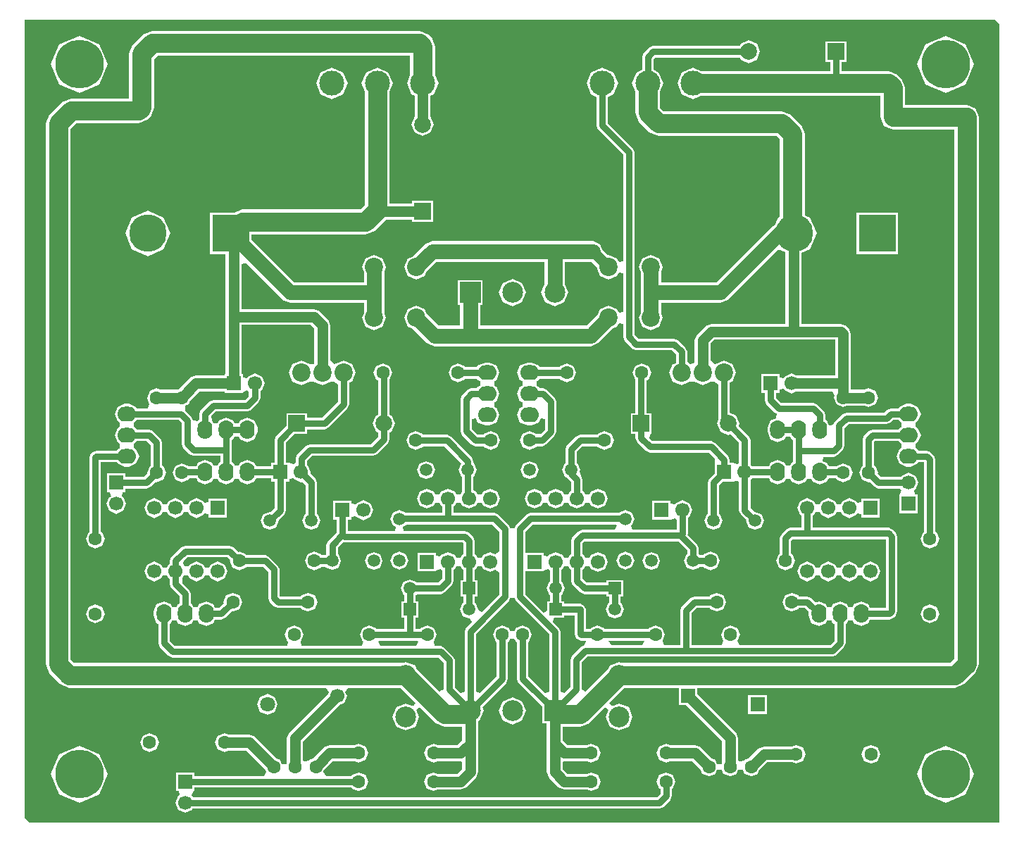
<source format=gtl>
G04 Layer_Physical_Order=1*
G04 Layer_Color=255*
%FSLAX25Y25*%
%MOIN*%
G70*
G01*
G75*
%ADD10C,0.03000*%
%ADD11C,0.09000*%
%ADD12C,0.05000*%
%ADD13C,0.01000*%
%ADD14C,0.07000*%
%ADD15C,0.09842*%
%ADD16R,0.09842X0.09842*%
%ADD17O,0.07000X0.09000*%
%ADD18R,0.06693X0.06693*%
%ADD19C,0.06693*%
%ADD20C,0.05905*%
%ADD21C,0.07874*%
%ADD22R,0.07874X0.07874*%
%ADD23R,0.06693X0.06693*%
%ADD24O,0.09000X0.07000*%
%ADD25R,0.05905X0.05905*%
%ADD26C,0.08661*%
%ADD27C,0.06299*%
%ADD28C,0.07087*%
%ADD29R,0.07087X0.07087*%
%ADD30C,0.17716*%
%ADD31R,0.17716X0.17716*%
%ADD32R,0.07874X0.07874*%
%ADD33C,0.11811*%
%ADD34C,0.23000*%
G36*
X460500Y377000D02*
Y-1000D01*
X1500D01*
X-1000Y1500D01*
Y379000D01*
X458500D01*
X460500Y377000D01*
D02*
G37*
%LPC*%
G36*
X164342Y127278D02*
X161317Y126025D01*
X160064Y123000D01*
X161317Y119975D01*
X164342Y118722D01*
X167368Y119975D01*
X168621Y123000D01*
X167368Y126025D01*
X164342Y127278D01*
D02*
G37*
G36*
X427500Y102475D02*
X424324Y101159D01*
X423008Y97983D01*
X424324Y94807D01*
X427500Y93492D01*
X430676Y94807D01*
X431991Y97983D01*
X430676Y101159D01*
X427500Y102475D01*
D02*
G37*
G36*
X32500Y102475D02*
X29324Y101159D01*
X28008Y97983D01*
X29324Y94807D01*
X32500Y93492D01*
X35676Y94807D01*
X36992Y97983D01*
X35676Y101159D01*
X32500Y102475D01*
D02*
G37*
G36*
X295657Y127278D02*
X292632Y126025D01*
X291379Y123000D01*
X292632Y119975D01*
X295657Y118722D01*
X298683Y119975D01*
X299936Y123000D01*
X298683Y126025D01*
X295657Y127278D01*
D02*
G37*
G36*
X399500Y122705D02*
X396173Y121327D01*
X395582Y119900D01*
X393418D01*
X392827Y121327D01*
X389500Y122705D01*
X386173Y121327D01*
X385582Y119900D01*
X383418D01*
X382827Y121327D01*
X379500Y122705D01*
X376173Y121327D01*
X375582Y119900D01*
X373418D01*
X372827Y121327D01*
X369500Y122705D01*
X366173Y121327D01*
X364795Y118000D01*
X366173Y114673D01*
X369500Y113295D01*
X372827Y114673D01*
X373418Y116100D01*
X375582D01*
X376173Y114673D01*
X379500Y113295D01*
X382827Y114673D01*
X383418Y116100D01*
X385582D01*
X386173Y114673D01*
X389500Y113295D01*
X392827Y114673D01*
X393418Y116100D01*
X395582D01*
X396173Y114673D01*
X399500Y113295D01*
X402827Y114673D01*
X404205Y118000D01*
X402827Y121327D01*
X399500Y122705D01*
D02*
G37*
G36*
X283500Y127436D02*
X280475Y126183D01*
X279222Y123158D01*
X280475Y120132D01*
X283500Y118879D01*
X286525Y120132D01*
X287778Y123158D01*
X286525Y126183D01*
X283500Y127436D01*
D02*
G37*
G36*
X176500D02*
X173475Y126183D01*
X172222Y123158D01*
X173475Y120132D01*
X176500Y118879D01*
X179525Y120132D01*
X180778Y123158D01*
X179525Y126183D01*
X176500Y127436D01*
D02*
G37*
G36*
X350543Y59654D02*
X341457D01*
Y50567D01*
X350543D01*
Y59654D01*
D02*
G37*
G36*
X186000Y373953D02*
X59500D01*
X55291Y372210D01*
X50291Y367210D01*
X48547Y363000D01*
Y341953D01*
X21000D01*
X16791Y340210D01*
X10791Y334209D01*
X9047Y330000D01*
Y74000D01*
X10791Y69791D01*
X15901Y64680D01*
X20110Y62937D01*
X141761D01*
X143098Y60937D01*
X142757Y60115D01*
X124321Y41679D01*
X123212Y39000D01*
Y27198D01*
X123082Y26886D01*
X120918D01*
X120176Y28676D01*
X118479Y29379D01*
X108179Y39679D01*
X105500Y40788D01*
X95414D01*
X93717Y41491D01*
X90541Y40176D01*
X89225Y37000D01*
X90541Y33824D01*
X93717Y32509D01*
X95414Y33212D01*
X103931D01*
X113121Y24022D01*
X113459Y23206D01*
X112329Y21206D01*
X79347D01*
Y22847D01*
X70653D01*
Y14154D01*
X72065D01*
X72463Y12154D01*
X71673Y11827D01*
X70295Y8500D01*
X71673Y5173D01*
X75000Y3796D01*
X78327Y5173D01*
X78584Y5794D01*
X299500D01*
X301413Y6587D01*
X304630Y9803D01*
X304630Y9803D01*
X305422Y11716D01*
Y15129D01*
X305892Y15324D01*
X307208Y18500D01*
X305892Y21676D01*
X302717Y22991D01*
X299541Y21676D01*
X298225Y18500D01*
X299541Y15324D01*
X300011Y15129D01*
Y12837D01*
X298379Y11206D01*
X79127D01*
X78277Y12154D01*
X79169Y14154D01*
X79347D01*
Y15794D01*
X153913D01*
X154107Y15324D01*
X157283Y14008D01*
X160459Y15324D01*
X161775Y18500D01*
X160459Y21676D01*
X157283Y22991D01*
X154107Y21676D01*
X153913Y21206D01*
X141671D01*
X140541Y23206D01*
X140879Y24022D01*
X145069Y28212D01*
X155586D01*
X157283Y27509D01*
X160459Y28824D01*
X161775Y32000D01*
X160459Y35176D01*
X157283Y36492D01*
X155586Y35788D01*
X143500D01*
X140821Y34679D01*
X135521Y29379D01*
X133824Y28676D01*
X133790Y28595D01*
X131442Y28152D01*
X130788Y28832D01*
Y37431D01*
X148115Y54757D01*
X150327Y55673D01*
X151705Y59000D01*
X150922Y60889D01*
X152258Y62889D01*
X177034D01*
X184096Y55828D01*
X182963Y54132D01*
X179500Y55567D01*
X174968Y53689D01*
X173091Y49158D01*
X174968Y44625D01*
X179500Y42748D01*
X184032Y44625D01*
X185909Y49158D01*
X184475Y52620D01*
X186170Y53753D01*
X193633Y46290D01*
X197843Y44547D01*
X206212D01*
Y38069D01*
X203931Y35788D01*
X194414D01*
X192717Y36492D01*
X189541Y35176D01*
X188225Y32000D01*
X189541Y28824D01*
X192717Y27509D01*
X194414Y28212D01*
X205500D01*
X206212Y27736D01*
Y24569D01*
X203931Y22288D01*
X194414D01*
X192717Y22991D01*
X189541Y21676D01*
X188225Y18500D01*
X189541Y15324D01*
X192717Y14008D01*
X194414Y14712D01*
X205500D01*
X208179Y15821D01*
X212679Y20321D01*
X213788Y23000D01*
Y36500D01*
Y47160D01*
X214532Y47468D01*
X216409Y52000D01*
X215653Y53826D01*
X227130Y65303D01*
X227923Y67216D01*
Y84629D01*
X228393Y84824D01*
X228918Y86092D01*
X230780D01*
X231394Y85340D01*
X231608Y84824D01*
X231922Y84694D01*
X232078Y84504D01*
Y67216D01*
X232870Y65303D01*
X244079Y54094D01*
Y46079D01*
X246212D01*
Y36500D01*
Y23000D01*
X247321Y20321D01*
X251821Y15821D01*
X254500Y14712D01*
X265586D01*
X267283Y14008D01*
X270459Y15324D01*
X271775Y18500D01*
X270459Y21676D01*
X267283Y22991D01*
X265586Y22288D01*
X256069D01*
X253788Y24569D01*
Y27736D01*
X254500Y28212D01*
X265586D01*
X267283Y27509D01*
X270459Y28824D01*
X271775Y32000D01*
X270459Y35176D01*
X267283Y36492D01*
X265586Y35788D01*
X256069D01*
X253788Y38069D01*
Y44547D01*
X262158D01*
X266367Y46290D01*
X273830Y53753D01*
X275525Y52620D01*
X274091Y49158D01*
X275968Y44625D01*
X280500Y42748D01*
X285032Y44625D01*
X286909Y49158D01*
X285032Y53689D01*
X280500Y55567D01*
X277037Y54132D01*
X275904Y55828D01*
X283045Y62968D01*
X308653D01*
Y54732D01*
X311989D01*
X329212Y37510D01*
Y27198D01*
X329082Y26886D01*
X326918D01*
X326176Y28676D01*
X324479Y29379D01*
X319179Y34679D01*
X316500Y35788D01*
X304414D01*
X302717Y36492D01*
X299541Y35176D01*
X298225Y32000D01*
X299541Y28824D01*
X302717Y27509D01*
X304414Y28212D01*
X314931D01*
X319121Y24022D01*
X319824Y22324D01*
X323000Y21009D01*
X326176Y22324D01*
X326918Y24114D01*
X329082D01*
X329824Y22324D01*
X333000Y21009D01*
X336176Y22324D01*
X336918Y24114D01*
X339082D01*
X339824Y22324D01*
X343000Y21009D01*
X346176Y22324D01*
X346879Y24022D01*
X350569Y27712D01*
X362586D01*
X364283Y27009D01*
X367459Y28324D01*
X368775Y31500D01*
X367459Y34676D01*
X364283Y35991D01*
X362586Y35288D01*
X349000D01*
X346321Y34179D01*
X341522Y29379D01*
X339824Y28676D01*
X339790Y28595D01*
X337442Y28152D01*
X336788Y28832D01*
Y39079D01*
X335679Y41758D01*
X317347Y60090D01*
Y62937D01*
X439610D01*
X443820Y64680D01*
X449209Y70070D01*
X450953Y74279D01*
Y333000D01*
X449209Y337210D01*
X445000Y338953D01*
X415953D01*
Y347000D01*
X414210Y351209D01*
X412210Y353209D01*
X408000Y354953D01*
X385796D01*
Y359063D01*
X388028D01*
Y368937D01*
X378153D01*
Y359063D01*
X380385D01*
Y354953D01*
X319173D01*
X315500Y356474D01*
X310215Y354285D01*
X308026Y349000D01*
X310215Y343715D01*
X315500Y341526D01*
X319173Y343047D01*
X404047D01*
Y333000D01*
X405791Y328790D01*
X410000Y327047D01*
X439047D01*
Y76745D01*
X437144Y74843D01*
X313076D01*
X313000Y74874D01*
X281411D01*
X280500Y75252D01*
X275968Y73374D01*
X275512Y72274D01*
X264554Y61315D01*
X263502Y61705D01*
X262706Y62296D01*
Y74879D01*
X265621Y77794D01*
X381500D01*
X383413Y78587D01*
X386913Y82087D01*
X387706Y84000D01*
X387706Y84000D01*
Y93250D01*
X388444Y93556D01*
X388918Y94699D01*
X391082D01*
X391556Y93556D01*
X395000Y92129D01*
X398444Y93556D01*
X399164Y95294D01*
X408500D01*
X410413Y96087D01*
X411413Y97087D01*
X411413Y97087D01*
X412206Y99000D01*
Y134500D01*
X411413Y136413D01*
X409913Y137913D01*
X408000Y138706D01*
X372206D01*
Y144416D01*
X372827Y144673D01*
X373418Y146100D01*
X375582D01*
X376173Y144673D01*
X379500Y143295D01*
X382827Y144673D01*
X383418Y146100D01*
X385582D01*
X386173Y144673D01*
X389500Y143295D01*
X392827Y144673D01*
X393154Y145463D01*
X395153Y145065D01*
Y143654D01*
X403847D01*
Y152347D01*
X395153D01*
Y150935D01*
X393154Y150537D01*
X392827Y151327D01*
X389500Y152705D01*
X386173Y151327D01*
X385582Y149900D01*
X383418D01*
X382827Y151327D01*
X379500Y152705D01*
X376173Y151327D01*
X375582Y149900D01*
X373418D01*
X372827Y151327D01*
X369500Y152705D01*
X366173Y151327D01*
X364795Y148000D01*
X366173Y144673D01*
X366794Y144416D01*
Y138706D01*
X361500D01*
X359587Y137913D01*
X357303Y135630D01*
X356511Y133716D01*
Y126371D01*
X356041Y126176D01*
X354725Y123000D01*
X356041Y119824D01*
X359216Y118509D01*
X362392Y119824D01*
X363708Y123000D01*
X362392Y126176D01*
X361923Y126371D01*
Y132596D01*
X362621Y133294D01*
X406794D01*
Y100706D01*
X399164D01*
X398444Y102444D01*
X395000Y103871D01*
X391556Y102444D01*
X391082Y101301D01*
X388918D01*
X388444Y102444D01*
X385000Y103871D01*
X381556Y102444D01*
X381082Y101301D01*
X378918D01*
X378444Y102444D01*
X375000Y103871D01*
X373555Y103272D01*
X371413Y105413D01*
X369500Y106206D01*
X365587D01*
X365392Y106676D01*
X362217Y107992D01*
X359041Y106676D01*
X357725Y103500D01*
X359041Y100324D01*
X362217Y99009D01*
X365392Y100324D01*
X365587Y100794D01*
X368379D01*
X370142Y99031D01*
X370129Y99000D01*
Y97000D01*
X371556Y93556D01*
X375000Y92129D01*
X378444Y93556D01*
X378918Y94699D01*
X380963D01*
X381187Y94448D01*
X381556Y93556D01*
X382225Y93279D01*
X382294Y93201D01*
Y85121D01*
X380379Y83206D01*
X337388D01*
X336551Y85206D01*
X337708Y88000D01*
X336392Y91176D01*
X333217Y92492D01*
X330041Y91176D01*
X328725Y88000D01*
X329882Y85206D01*
X329046Y83206D01*
X314706D01*
Y98379D01*
X317121Y100794D01*
X323413D01*
X323607Y100324D01*
X326783Y99009D01*
X329959Y100324D01*
X331275Y103500D01*
X329959Y106676D01*
X326783Y107992D01*
X323607Y106676D01*
X323413Y106206D01*
X316000D01*
X314087Y105413D01*
X314087Y105413D01*
X310087Y101413D01*
X309294Y99500D01*
Y83206D01*
X301955D01*
X301118Y85206D01*
X302275Y88000D01*
X300959Y91176D01*
X297783Y92492D01*
X294607Y91176D01*
X294413Y90706D01*
X273587D01*
X273393Y91176D01*
X270217Y92492D01*
X267041Y91176D01*
X266846Y90706D01*
X264706D01*
Y100000D01*
X263913Y101913D01*
X262000Y102706D01*
X254476D01*
Y103953D01*
X253230D01*
Y106842D01*
X253549Y106975D01*
X254802Y110000D01*
X253549Y113025D01*
X253206Y113167D01*
Y118916D01*
X253827Y119173D01*
X254418Y120600D01*
X256582D01*
X257173Y119173D01*
X257794Y118916D01*
Y113500D01*
X258587Y111587D01*
X262087Y108087D01*
X264000Y107294D01*
X264000Y107294D01*
X274524D01*
Y106047D01*
X275770D01*
Y103158D01*
X275451Y103025D01*
X274198Y100000D01*
X275451Y96975D01*
X278476Y95722D01*
X281502Y96975D01*
X282755Y100000D01*
X281502Y103025D01*
X281182Y103158D01*
Y106047D01*
X282429D01*
Y113953D01*
X274524D01*
Y112706D01*
X265121D01*
X263206Y114621D01*
Y118916D01*
X263827Y119173D01*
X264418Y120600D01*
X266582D01*
X267173Y119173D01*
X270500Y117795D01*
X273827Y119173D01*
X275205Y122500D01*
X273827Y125827D01*
X270500Y127205D01*
X267173Y125827D01*
X266582Y124400D01*
X264418D01*
X263827Y125827D01*
X263206Y126084D01*
Y131379D01*
X264121Y132294D01*
X308379D01*
X312636Y128037D01*
Y126158D01*
X312317Y126025D01*
X311064Y123000D01*
X312317Y119975D01*
X315342Y118722D01*
X318368Y119975D01*
X318500Y120294D01*
X320413D01*
X320607Y119824D01*
X323783Y118509D01*
X326959Y119824D01*
X328275Y123000D01*
X326959Y126176D01*
X323783Y127491D01*
X320607Y126176D01*
X320413Y125706D01*
X318500D01*
X318368Y126025D01*
X318049Y126158D01*
Y129157D01*
X317256Y131071D01*
X312916Y135411D01*
X313127Y135921D01*
Y143416D01*
X313748Y143673D01*
X315126Y147000D01*
X313748Y150327D01*
X310421Y151705D01*
X307095Y150327D01*
X306925Y149917D01*
X304925Y150315D01*
Y151347D01*
X296232D01*
Y142654D01*
X304925D01*
Y142654D01*
X306925Y143040D01*
X307715Y142388D01*
Y137706D01*
X286655D01*
X286257Y139706D01*
X286525Y139817D01*
X287778Y142842D01*
X286525Y145868D01*
X283500Y147121D01*
X280475Y145868D01*
X280408Y145706D01*
X238500D01*
X238500Y145706D01*
X236587Y144913D01*
X231587Y139913D01*
X231054Y138627D01*
X231054D01*
X228946D01*
X228413Y139913D01*
X223413Y144913D01*
X221500Y145706D01*
X202206D01*
Y148916D01*
X202827Y149173D01*
X203418Y150600D01*
X205582D01*
X206173Y149173D01*
X209500Y147795D01*
X212827Y149173D01*
X213418Y150600D01*
X215582D01*
X216173Y149173D01*
X219500Y147795D01*
X222827Y149173D01*
X224205Y152500D01*
X222827Y155827D01*
X219500Y157205D01*
X216173Y155827D01*
X215582Y154400D01*
X213418D01*
X212827Y155827D01*
X211548Y156356D01*
Y162842D01*
X211868Y162975D01*
X213121Y166000D01*
X211868Y169025D01*
X211548Y170158D01*
X210756Y172071D01*
X210756Y172071D01*
X200913Y181913D01*
X199000Y182706D01*
X187654D01*
X187459Y183176D01*
X184283Y184492D01*
X181107Y183176D01*
X179792Y180000D01*
X181107Y176824D01*
X184283Y175508D01*
X187459Y176824D01*
X187654Y177294D01*
X197879D01*
X205872Y169301D01*
X205817Y169025D01*
X204564Y166000D01*
X205817Y162975D01*
X206136Y162842D01*
Y155738D01*
X205582Y154400D01*
X203418D01*
X202827Y155827D01*
X199500Y157205D01*
X196173Y155827D01*
X195582Y154400D01*
X193418D01*
X192827Y155827D01*
X189500Y157205D01*
X186173Y155827D01*
X184795Y152500D01*
X186173Y149173D01*
X189500Y147795D01*
X192827Y149173D01*
X193418Y150600D01*
X195582D01*
X196173Y149173D01*
X196794Y148916D01*
Y145706D01*
X179592D01*
X179525Y145868D01*
X176500Y147121D01*
X173475Y145868D01*
X172222Y142842D01*
X173475Y139817D01*
X174950Y139206D01*
X174553Y137206D01*
X152285D01*
Y142654D01*
X153925D01*
Y143685D01*
X155925Y144082D01*
X156095Y143673D01*
X159421Y142295D01*
X162748Y143673D01*
X164126Y147000D01*
X162748Y150327D01*
X159421Y151705D01*
X156095Y150327D01*
X155925Y149917D01*
X153925Y150315D01*
Y151347D01*
X145232D01*
Y142654D01*
X146873D01*
Y136542D01*
X142744Y132413D01*
X141952Y130500D01*
Y126158D01*
X141632Y126025D01*
X141500Y125706D01*
X139587D01*
X139392Y126176D01*
X136217Y127491D01*
X133041Y126176D01*
X131725Y123000D01*
X133041Y119824D01*
X136217Y118509D01*
X139392Y119824D01*
X139587Y120294D01*
X141500D01*
X141632Y119975D01*
X144658Y118722D01*
X147683Y119975D01*
X148936Y123000D01*
X147683Y126025D01*
X147363Y126158D01*
Y129379D01*
X149990Y132005D01*
X150500Y131794D01*
X206379D01*
X206794Y131379D01*
Y126084D01*
X206173Y125827D01*
X205582Y124400D01*
X203418D01*
X202827Y125827D01*
X199500Y127205D01*
X196173Y125827D01*
X195846Y125037D01*
X193846Y125435D01*
Y126847D01*
X185153D01*
Y118154D01*
X193846D01*
Y118331D01*
X195846Y119223D01*
X196794Y118374D01*
Y114621D01*
X194879Y112706D01*
X184681D01*
X184549Y113025D01*
X181524Y114278D01*
X178498Y113025D01*
X177245Y110000D01*
X178498Y106975D01*
X178818Y106842D01*
Y103953D01*
X177571D01*
Y96047D01*
X178818D01*
Y90706D01*
X165587D01*
X165392Y91176D01*
X162217Y92492D01*
X159041Y91176D01*
X157725Y88000D01*
X159041Y84824D01*
X159326Y84706D01*
X158928Y82706D01*
X130072D01*
X129674Y84706D01*
X129959Y84824D01*
X131275Y88000D01*
X129959Y91176D01*
X126783Y92492D01*
X123608Y91176D01*
X122292Y88000D01*
X123608Y84824D01*
X123892Y84706D01*
X123495Y82706D01*
X70121D01*
X67706Y85121D01*
Y93250D01*
X68444Y93556D01*
X68918Y94699D01*
X71082D01*
X71556Y93556D01*
X75000Y92129D01*
X78444Y93556D01*
X78918Y94699D01*
X81082D01*
X81556Y93556D01*
X85000Y92129D01*
X88444Y93556D01*
X89164Y95294D01*
X92283D01*
X94197Y96087D01*
X97313Y99203D01*
X97783Y99009D01*
X100959Y100324D01*
X102275Y103500D01*
X100959Y106676D01*
X97783Y107992D01*
X94608Y106676D01*
X93292Y103500D01*
X93487Y103030D01*
X91163Y100706D01*
X89164D01*
X88444Y102444D01*
X85000Y103871D01*
X81556Y102444D01*
X81082Y101301D01*
X79037D01*
X78813Y101552D01*
X78444Y102444D01*
X77775Y102721D01*
X77706Y102799D01*
Y107500D01*
X76913Y109413D01*
X73758Y112568D01*
X73827Y114673D01*
X74418Y116100D01*
X76582D01*
X77173Y114673D01*
X80500Y113295D01*
X83827Y114673D01*
X84418Y116100D01*
X86582D01*
X87173Y114673D01*
X90500Y113295D01*
X93827Y114673D01*
X95205Y118000D01*
X93827Y121327D01*
X90500Y122705D01*
X87173Y121327D01*
X86582Y119900D01*
X84418D01*
X83827Y121327D01*
X80500Y122705D01*
X77173Y121327D01*
X76813Y120456D01*
X74735Y120397D01*
X73972Y121715D01*
X74528Y123201D01*
X76121Y124794D01*
X95163D01*
X96487Y123470D01*
X96292Y123000D01*
X97607Y119824D01*
X100784Y118509D01*
X103959Y119824D01*
X104154Y120294D01*
X111879D01*
X114294Y117879D01*
Y105500D01*
X115087Y103587D01*
X117087Y101587D01*
X117087Y101587D01*
X119000Y100794D01*
X119000Y100794D01*
X129846D01*
X130041Y100324D01*
X133217Y99009D01*
X136392Y100324D01*
X137708Y103500D01*
X136392Y106676D01*
X133217Y107992D01*
X130041Y106676D01*
X129846Y106206D01*
X120121D01*
X119706Y106621D01*
Y119000D01*
X118913Y120913D01*
X118913Y120913D01*
X114913Y124913D01*
X113000Y125706D01*
X104154D01*
X103959Y126176D01*
X100784Y127491D01*
X100313Y127297D01*
X98197Y129413D01*
X96284Y130206D01*
X75000D01*
X73087Y129413D01*
X68587Y124913D01*
X67794Y123000D01*
Y121584D01*
X67173Y121327D01*
X66582Y119900D01*
X64418D01*
X63827Y121327D01*
X60500Y122705D01*
X57173Y121327D01*
X55795Y118000D01*
X57173Y114673D01*
X60500Y113295D01*
X63827Y114673D01*
X64418Y116100D01*
X66582D01*
X67173Y114673D01*
X67794Y114416D01*
Y112000D01*
X68587Y110087D01*
X72294Y106379D01*
Y102750D01*
X71556Y102444D01*
X71082Y101301D01*
X68918D01*
X68444Y102444D01*
X65000Y103871D01*
X61556Y102444D01*
X60129Y99000D01*
Y97000D01*
X61556Y93556D01*
X62294Y93250D01*
Y84000D01*
X63087Y82087D01*
X67087Y78087D01*
X67087Y78087D01*
X69000Y77294D01*
X194879D01*
X197294Y74879D01*
Y62296D01*
X196498Y61705D01*
X195446Y61315D01*
X184488Y72274D01*
X184032Y73374D01*
X179500Y75252D01*
X178399Y74796D01*
X147067D01*
X146953Y74843D01*
X22576D01*
X20953Y76466D01*
Y327534D01*
X23466Y330047D01*
X53000D01*
X57209Y331790D01*
X58710Y333291D01*
X60453Y337500D01*
Y360534D01*
X61966Y362047D01*
X181547D01*
Y352673D01*
X180025Y349000D01*
X182215Y343715D01*
X183712Y343095D01*
Y333346D01*
X182156Y329591D01*
X183721Y325812D01*
X187500Y324247D01*
X191279Y325812D01*
X192844Y329591D01*
X191288Y333346D01*
Y343095D01*
X192785Y343715D01*
X194975Y349000D01*
X193453Y352673D01*
Y366500D01*
X191709Y370709D01*
X190209Y372210D01*
X186000Y373953D01*
D02*
G37*
G36*
X435000Y35530D02*
X425433Y31567D01*
X421470Y22000D01*
X425433Y12433D01*
X435000Y8470D01*
X444567Y12433D01*
X448530Y22000D01*
X444567Y31567D01*
X435000Y35530D01*
D02*
G37*
G36*
X25000D02*
X15433Y31567D01*
X11470Y22000D01*
X15433Y12433D01*
X25000Y8470D01*
X34567Y12433D01*
X38530Y22000D01*
X34567Y31567D01*
X25000Y35530D01*
D02*
G37*
G36*
X399717Y35991D02*
X396541Y34676D01*
X395225Y31500D01*
X396541Y28324D01*
X399717Y27009D01*
X402892Y28324D01*
X404208Y31500D01*
X402892Y34676D01*
X399717Y35991D01*
D02*
G37*
G36*
X114000Y60028D02*
X110523Y58587D01*
X109082Y55110D01*
X110523Y51633D01*
X114000Y50193D01*
X117477Y51633D01*
X118918Y55110D01*
X117477Y58587D01*
X114000Y60028D01*
D02*
G37*
G36*
X230000Y58409D02*
X225468Y56532D01*
X223591Y52000D01*
X225468Y47468D01*
X230000Y45591D01*
X234532Y47468D01*
X236409Y52000D01*
X234532Y56532D01*
X230000Y58409D01*
D02*
G37*
G36*
X58284Y41491D02*
X55107Y40176D01*
X53792Y37000D01*
X55107Y33824D01*
X58284Y32509D01*
X61459Y33824D01*
X62775Y37000D01*
X61459Y40176D01*
X58284Y41491D01*
D02*
G37*
G36*
X80500Y152705D02*
X77173Y151327D01*
X76582Y149900D01*
X74418D01*
X73827Y151327D01*
X70500Y152705D01*
X67173Y151327D01*
X66582Y149900D01*
X64418D01*
X63827Y151327D01*
X60500Y152705D01*
X57173Y151327D01*
X55795Y148000D01*
X57173Y144673D01*
X60500Y143295D01*
X63827Y144673D01*
X64418Y146100D01*
X66582D01*
X67173Y144673D01*
X70500Y143295D01*
X73827Y144673D01*
X74418Y146100D01*
X76582D01*
X77173Y144673D01*
X80500Y143295D01*
X83827Y144673D01*
X84153Y145463D01*
X86154Y145065D01*
Y143654D01*
X94846D01*
Y152346D01*
X86154D01*
Y150935D01*
X84153Y150537D01*
X83827Y151327D01*
X80500Y152705D01*
D02*
G37*
G36*
X412543Y287858D02*
X392827D01*
Y268142D01*
X412543D01*
Y287858D01*
D02*
G37*
G36*
X166000Y356474D02*
X160715Y354285D01*
X158526Y349000D01*
X160047Y345327D01*
Y291466D01*
X158034Y289453D01*
X102185D01*
X98335Y287858D01*
X86827D01*
Y268142D01*
X94212D01*
Y238500D01*
Y211347D01*
X93654D01*
Y210788D01*
X80283D01*
X77605Y209679D01*
X72022Y204096D01*
X71803Y204005D01*
X63197D01*
X61500Y204708D01*
X58324Y203393D01*
X57008Y200217D01*
X58255Y197206D01*
X57546Y195206D01*
X52250D01*
X51944Y195944D01*
X48500Y197371D01*
X46500D01*
X43056Y195944D01*
X41629Y192500D01*
X43056Y189056D01*
X44199Y188582D01*
Y186418D01*
X43056Y185944D01*
X41629Y182500D01*
X43056Y179056D01*
X44199Y178582D01*
Y176537D01*
X43948Y176313D01*
X43056Y175944D01*
X42779Y175275D01*
X42701Y175206D01*
X33000D01*
X33000Y175206D01*
X31087Y174413D01*
X31087Y174413D01*
X30587Y173913D01*
X29794Y172000D01*
Y136787D01*
X29324Y136592D01*
X28008Y133417D01*
X29324Y130241D01*
X32500Y128925D01*
X35676Y130241D01*
X36992Y133417D01*
X35676Y136592D01*
X35206Y136787D01*
Y169794D01*
X42750D01*
X43056Y169056D01*
X46500Y167629D01*
X48500D01*
X51944Y169056D01*
X53371Y172500D01*
X51944Y175944D01*
X50801Y176418D01*
Y178463D01*
X51052Y178686D01*
X51944Y179056D01*
X52221Y179725D01*
X52299Y179794D01*
X56879D01*
X58794Y177879D01*
Y168154D01*
X58324Y167959D01*
X57008Y164783D01*
X57203Y164313D01*
X55596Y162706D01*
X46846D01*
Y164347D01*
X38154D01*
Y155654D01*
X39565D01*
X39963Y153654D01*
X39173Y153327D01*
X37795Y150000D01*
X39173Y146673D01*
X42500Y145295D01*
X45827Y146673D01*
X47205Y150000D01*
X45827Y153327D01*
X45037Y153654D01*
X45435Y155654D01*
X46846D01*
Y157294D01*
X56717D01*
X58630Y158087D01*
X61030Y160487D01*
X61500Y160292D01*
X64676Y161608D01*
X65991Y164783D01*
X64676Y167959D01*
X64206Y168154D01*
Y179000D01*
X64206Y179000D01*
X63413Y180913D01*
X59913Y184413D01*
X58000Y185206D01*
X52250D01*
X51944Y185944D01*
X50801Y186418D01*
Y188463D01*
X51052Y188687D01*
X51944Y189056D01*
X52221Y189725D01*
X52299Y189794D01*
X71879D01*
X73294Y188379D01*
Y178500D01*
X74087Y176587D01*
X77087Y173587D01*
X79000Y172794D01*
X91794D01*
Y169750D01*
X91056Y169444D01*
X90582Y168301D01*
X88418D01*
X87944Y169444D01*
X84500Y170871D01*
X81056Y169444D01*
X80336Y167706D01*
X76781D01*
X76676Y167959D01*
X73500Y169275D01*
X70324Y167959D01*
X69008Y164783D01*
X70324Y161608D01*
X73500Y160292D01*
X76676Y161608D01*
X76960Y162294D01*
X80336D01*
X81056Y160556D01*
X84500Y159129D01*
X87944Y160556D01*
X88418Y161699D01*
X90582D01*
X91056Y160556D01*
X94500Y159129D01*
X97944Y160556D01*
X98418Y161699D01*
X100582D01*
X101056Y160556D01*
X104500Y159129D01*
X107944Y160556D01*
X108664Y162294D01*
X115732D01*
Y160653D01*
X117373D01*
Y148042D01*
X115477Y146146D01*
X115157Y146278D01*
X112132Y145025D01*
X110879Y142000D01*
X112132Y138975D01*
X115157Y137722D01*
X118183Y138975D01*
X119436Y142000D01*
X119304Y142319D01*
X121992Y145008D01*
X122785Y146921D01*
X122785Y146921D01*
Y160653D01*
X124425D01*
Y161685D01*
X126425Y162083D01*
X126595Y161673D01*
X129921Y160295D01*
X130542Y160553D01*
X132136Y158958D01*
Y145158D01*
X131817Y145025D01*
X130564Y142000D01*
X131817Y138975D01*
X134843Y137722D01*
X137868Y138975D01*
X139121Y142000D01*
X137868Y145025D01*
X137548Y145158D01*
Y160079D01*
X137548Y160079D01*
X136756Y161992D01*
X134369Y164379D01*
X134626Y165000D01*
X133248Y168327D01*
X132914Y168465D01*
X132726Y170399D01*
X135121Y172794D01*
X164000D01*
X165913Y173587D01*
X171004Y178677D01*
X171004Y178677D01*
X171797Y180591D01*
Y183777D01*
X172869Y184221D01*
X174434Y188000D01*
X172869Y191779D01*
X171797Y192223D01*
Y208757D01*
X171959Y208824D01*
X173275Y212000D01*
X171959Y215176D01*
X168783Y216492D01*
X165608Y215176D01*
X164292Y212000D01*
X165608Y208824D01*
X166385Y208502D01*
Y192223D01*
X165312Y191779D01*
X163747Y188000D01*
X165312Y184221D01*
X166385Y183777D01*
Y181711D01*
X162879Y178206D01*
X134000D01*
X132087Y177413D01*
X132087Y177413D01*
X128087Y173413D01*
X127294Y171500D01*
Y169559D01*
X126425Y168849D01*
X124425Y169346D01*
Y169346D01*
X122785D01*
Y179048D01*
X126799Y183063D01*
X132846D01*
Y185294D01*
X141000D01*
X142913Y186087D01*
X151913Y195087D01*
X152706Y197000D01*
Y207351D01*
X154080Y207920D01*
X155770Y212000D01*
X154080Y216080D01*
X150000Y217770D01*
X145920Y216080D01*
X145738D01*
X143788Y217959D01*
Y234500D01*
X142679Y237179D01*
X138679Y241179D01*
X136000Y242288D01*
X101788D01*
Y263395D01*
X103636Y264161D01*
X121241Y246556D01*
X121241Y246556D01*
X124685Y245129D01*
X124685Y245129D01*
X159629D01*
Y240171D01*
X158730Y238000D01*
X160420Y233920D01*
X164500Y232230D01*
X168580Y233920D01*
X170270Y238000D01*
X169371Y240171D01*
Y250000D01*
Y259829D01*
X170270Y262000D01*
X168580Y266080D01*
X164500Y267770D01*
X160420Y266080D01*
X158730Y262000D01*
X159629Y259829D01*
Y254871D01*
X126703D01*
X106543Y275030D01*
Y277547D01*
X160500D01*
X164709Y279291D01*
X170040Y284621D01*
X182563D01*
Y283472D01*
X192437D01*
Y293347D01*
X182563D01*
Y292198D01*
X171953D01*
Y345327D01*
X173475Y349000D01*
X171285Y354285D01*
X166000Y356474D01*
D02*
G37*
G36*
X144500D02*
X139215Y354285D01*
X137025Y349000D01*
X139215Y343715D01*
X144500Y341526D01*
X149785Y343715D01*
X151974Y349000D01*
X149785Y354285D01*
X144500Y356474D01*
D02*
G37*
G36*
X230000Y256409D02*
X225468Y254532D01*
X223591Y250000D01*
X225468Y245468D01*
X230000Y243591D01*
X234532Y245468D01*
X236409Y250000D01*
X234532Y254532D01*
X230000Y256409D01*
D02*
G37*
G36*
X57315Y288670D02*
X49770Y285545D01*
X46644Y278000D01*
X49770Y270455D01*
X57315Y267330D01*
X64860Y270455D01*
X67985Y278000D01*
X64860Y285545D01*
X57315Y288670D01*
D02*
G37*
G36*
X219000Y216871D02*
X217000D01*
X213556Y215444D01*
X213250Y214706D01*
X207587D01*
X207393Y215176D01*
X204217Y216492D01*
X201041Y215176D01*
X199725Y212000D01*
X201041Y208824D01*
X204217Y207508D01*
X207393Y208824D01*
X207587Y209294D01*
X213250D01*
X213556Y208556D01*
X214699Y208082D01*
Y206037D01*
X214448Y205814D01*
X213556Y205444D01*
X213279Y204775D01*
X213201Y204706D01*
X210500D01*
X208587Y203913D01*
X208587Y203913D01*
X206087Y201413D01*
X205294Y199500D01*
Y184500D01*
X206087Y182587D01*
X210587Y178087D01*
X212500Y177294D01*
X216346D01*
X216541Y176824D01*
X219717Y175508D01*
X222892Y176824D01*
X224208Y180000D01*
X222892Y183176D01*
X219717Y184492D01*
X216541Y183176D01*
X216346Y182706D01*
X213621D01*
X210706Y185621D01*
Y190210D01*
X212706Y190608D01*
X213556Y188556D01*
X217000Y187129D01*
X219000D01*
X222444Y188556D01*
X223871Y192000D01*
X222444Y195444D01*
X221301Y195918D01*
Y198082D01*
X222444Y198556D01*
X223871Y202000D01*
X222444Y205444D01*
X221301Y205918D01*
Y208082D01*
X222444Y208556D01*
X223871Y212000D01*
X222444Y215444D01*
X219000Y216871D01*
D02*
G37*
G36*
X239000D02*
X237000D01*
X233556Y215444D01*
X232129Y212000D01*
X233556Y208556D01*
X234699Y208082D01*
Y205918D01*
X233556Y205444D01*
X232129Y202000D01*
X233556Y198556D01*
X234699Y198082D01*
Y195918D01*
X233556Y195444D01*
X232129Y192000D01*
X233556Y188556D01*
X237000Y187129D01*
X239000D01*
X242444Y188556D01*
X243294Y190608D01*
X245294Y190210D01*
Y185121D01*
X243302Y183129D01*
X241259Y183176D01*
X238083Y184492D01*
X234908Y183176D01*
X233592Y180000D01*
X234908Y176824D01*
X238083Y175508D01*
X241259Y176824D01*
X241454Y177294D01*
X244000D01*
X245913Y178087D01*
X249913Y182087D01*
X249913Y182087D01*
X250706Y184000D01*
Y198500D01*
X250706Y198500D01*
X249913Y200413D01*
X246413Y203913D01*
X244500Y204706D01*
X242750D01*
X242444Y205444D01*
X241301Y205918D01*
Y207963D01*
X241552Y208187D01*
X242444Y208556D01*
X242721Y209225D01*
X242799Y209294D01*
X252413D01*
X252607Y208824D01*
X255783Y207508D01*
X258959Y208824D01*
X260275Y212000D01*
X258959Y215176D01*
X255783Y216492D01*
X252607Y215176D01*
X252413Y214706D01*
X242750D01*
X242444Y215444D01*
X239000Y216871D01*
D02*
G37*
G36*
X189157Y170278D02*
X186132Y169025D01*
X184879Y166000D01*
X186132Y162975D01*
X189157Y161722D01*
X192183Y162975D01*
X193436Y166000D01*
X192183Y169025D01*
X189157Y170278D01*
D02*
G37*
G36*
X435000Y371530D02*
X425433Y367567D01*
X421470Y358000D01*
X425433Y348433D01*
X435000Y344470D01*
X444567Y348433D01*
X448530Y358000D01*
X444567Y367567D01*
X435000Y371530D01*
D02*
G37*
G36*
X341910Y369344D02*
X338131Y367779D01*
X337686Y366706D01*
X296500D01*
X296500Y366706D01*
X294587Y365913D01*
X292087Y363413D01*
X291294Y361500D01*
Y355354D01*
X288715Y354285D01*
X286526Y349000D01*
X288047Y345327D01*
Y335000D01*
X289791Y330790D01*
X294791Y325791D01*
X299000Y324047D01*
X355034D01*
X356547Y322534D01*
Y285867D01*
X355770Y285545D01*
X354281Y281952D01*
X353056Y281444D01*
X326483Y254871D01*
X300371D01*
Y259829D01*
X301270Y262000D01*
X299580Y266080D01*
X295500Y267770D01*
X291420Y266080D01*
X289730Y262000D01*
X290629Y259829D01*
Y250000D01*
Y240171D01*
X289730Y238000D01*
X291420Y233920D01*
X295500Y232230D01*
X299580Y233920D01*
X301270Y238000D01*
X300371Y240171D01*
Y245129D01*
X328500D01*
X331944Y246556D01*
X355822Y270433D01*
X359212Y269029D01*
Y235288D01*
X324000D01*
X321321Y234179D01*
X317321Y230179D01*
X316212Y227500D01*
Y216745D01*
X314212Y216290D01*
X312706Y217511D01*
Y222000D01*
X312706Y222000D01*
X311913Y223913D01*
X308413Y227413D01*
X306500Y228206D01*
X289621D01*
X287706Y230121D01*
Y316500D01*
X286913Y318413D01*
X275206Y330121D01*
Y342646D01*
X277785Y343715D01*
X279975Y349000D01*
X277785Y354285D01*
X272500Y356474D01*
X267215Y354285D01*
X265025Y349000D01*
X267215Y343715D01*
X269794Y342646D01*
Y329000D01*
X270587Y327087D01*
X282294Y315379D01*
Y264754D01*
X280294Y264356D01*
X279580Y266080D01*
X275500Y267770D01*
X275208Y267649D01*
X272527Y270331D01*
X271444Y272944D01*
X268000Y274371D01*
X192000D01*
X188556Y272944D01*
X182591Y266979D01*
X180420Y266080D01*
X178730Y262000D01*
X180420Y257920D01*
X184500Y256230D01*
X188580Y257920D01*
X189479Y260091D01*
X194018Y264629D01*
X245129D01*
Y253714D01*
X243591Y250000D01*
X245468Y245468D01*
X250000Y243591D01*
X254532Y245468D01*
X256409Y250000D01*
X254871Y253714D01*
Y264629D01*
X267513D01*
X269851Y262292D01*
X269730Y262000D01*
X271420Y257920D01*
X275500Y256230D01*
X279580Y257920D01*
X280294Y259644D01*
X282294Y259246D01*
Y240754D01*
X280294Y240356D01*
X279580Y242080D01*
X275500Y243770D01*
X271420Y242080D01*
X270521Y239909D01*
X264983Y234371D01*
X214871D01*
Y244079D01*
X215921D01*
Y255921D01*
X204079D01*
Y244079D01*
X205129D01*
Y234371D01*
X195018D01*
X189479Y239909D01*
X188580Y242080D01*
X184500Y243770D01*
X180420Y242080D01*
X178730Y238000D01*
X180420Y233920D01*
X182591Y233021D01*
X189556Y226056D01*
X193000Y224629D01*
X267000D01*
X270444Y226056D01*
X277409Y233021D01*
X279580Y233920D01*
X280294Y235644D01*
X282294Y235246D01*
Y229000D01*
X283087Y227087D01*
X286587Y223587D01*
X288500Y222794D01*
X288500Y222794D01*
X305379D01*
X307294Y220879D01*
Y216649D01*
X305920Y216080D01*
X304230Y212000D01*
X305920Y207920D01*
X310000Y206230D01*
X313803Y207805D01*
X315000Y207870D01*
X316197Y207805D01*
X320000Y206230D01*
X323803Y207805D01*
X325521Y207898D01*
X327294Y206529D01*
Y190091D01*
X327453Y189706D01*
X326747Y188000D01*
X328312Y184221D01*
X332090Y182656D01*
X333163Y183100D01*
X337215Y179048D01*
Y169612D01*
X336425Y168960D01*
X334425Y169346D01*
Y169346D01*
X332785D01*
Y170921D01*
X331992Y172835D01*
X325913Y178913D01*
X324000Y179706D01*
X296121D01*
X294764Y181063D01*
X295592Y183063D01*
X295847D01*
Y192937D01*
X293615D01*
Y208502D01*
X294392Y208824D01*
X295708Y212000D01*
X294392Y215176D01*
X291217Y216492D01*
X288041Y215176D01*
X286725Y212000D01*
X288041Y208824D01*
X288204Y208757D01*
Y192937D01*
X285972D01*
Y183063D01*
X288204D01*
Y181091D01*
X288996Y179177D01*
X293087Y175087D01*
X295000Y174294D01*
X322879D01*
X325827Y171346D01*
X325732Y169346D01*
X325732D01*
Y164480D01*
X323244Y161992D01*
X322451Y160079D01*
Y145158D01*
X322132Y145025D01*
X320879Y142000D01*
X322132Y138975D01*
X325157Y137722D01*
X328183Y138975D01*
X329436Y142000D01*
X328183Y145025D01*
X327864Y145158D01*
Y158958D01*
X329559Y160653D01*
X334425D01*
Y160653D01*
X336425Y161040D01*
X337215Y160388D01*
Y146921D01*
X338008Y145008D01*
X340696Y142319D01*
X340564Y142000D01*
X341817Y138975D01*
X344843Y137722D01*
X347868Y138975D01*
X349121Y142000D01*
X347868Y145025D01*
X344843Y146278D01*
X344523Y146146D01*
X342627Y148042D01*
Y161416D01*
X343248Y161673D01*
X343505Y162294D01*
X351336D01*
X352056Y160556D01*
X355500Y159129D01*
X358944Y160556D01*
X359418Y161699D01*
X361582D01*
X362056Y160556D01*
X365500Y159129D01*
X368944Y160556D01*
X369418Y161699D01*
X371582D01*
X372056Y160556D01*
X375500Y159129D01*
X378944Y160556D01*
X379664Y162294D01*
X383040D01*
X383324Y161608D01*
X386500Y160292D01*
X389676Y161608D01*
X390991Y164784D01*
X389676Y167959D01*
X386500Y169275D01*
X383324Y167959D01*
X383219Y167706D01*
X379664D01*
X378944Y169444D01*
X376892Y170294D01*
X377290Y172294D01*
X382000D01*
X383913Y173087D01*
X386413Y175587D01*
X386413Y175587D01*
X387206Y177500D01*
Y185879D01*
X389121Y187794D01*
X407000D01*
X408913Y188587D01*
X410121Y189794D01*
X412750D01*
X413056Y189056D01*
X414199Y188582D01*
Y186537D01*
X413948Y186313D01*
X413056Y185944D01*
X412779Y185275D01*
X412701Y185206D01*
X400500D01*
X400500Y185206D01*
X398587Y184413D01*
X398587Y184413D01*
X396587Y182413D01*
X395794Y180500D01*
Y168154D01*
X395324Y167959D01*
X394008Y164784D01*
X395324Y161608D01*
X398500Y160292D01*
X398970Y160487D01*
X401370Y158087D01*
X403284Y157294D01*
X403284Y157294D01*
X413373D01*
X414223Y156346D01*
X413331Y154347D01*
X413154D01*
Y145654D01*
X421846D01*
Y154347D01*
X420435D01*
X420037Y156346D01*
X420827Y156673D01*
X422205Y160000D01*
X420827Y163327D01*
X417500Y164705D01*
X414173Y163327D01*
X413916Y162706D01*
X404404D01*
X402797Y164313D01*
X402991Y164784D01*
X401676Y167959D01*
X401206Y168154D01*
Y179379D01*
X401621Y179794D01*
X412750D01*
X413056Y179056D01*
X414199Y178582D01*
Y176418D01*
X413056Y175944D01*
X411629Y172500D01*
X413056Y169056D01*
X416500Y167629D01*
X418500D01*
X421944Y169056D01*
X422250Y169794D01*
X424794D01*
Y136787D01*
X424324Y136592D01*
X423008Y133416D01*
X424324Y130241D01*
X427500Y128925D01*
X430676Y130241D01*
X431991Y133416D01*
X430676Y136592D01*
X430206Y136787D01*
Y171000D01*
X429413Y172913D01*
X427913Y174413D01*
X426000Y175206D01*
X422250D01*
X421944Y175944D01*
X420801Y176418D01*
Y178582D01*
X421944Y179056D01*
X423371Y182500D01*
X421944Y185944D01*
X420801Y186418D01*
Y188582D01*
X421944Y189056D01*
X423371Y192500D01*
X421944Y195944D01*
X418500Y197371D01*
X416500D01*
X413056Y195944D01*
X412750Y195206D01*
X409000D01*
X409000Y195206D01*
X407087Y194413D01*
X407087Y194413D01*
X405879Y193206D01*
X388000D01*
X388000Y193206D01*
X386087Y192413D01*
X382587Y188913D01*
X381958Y187395D01*
X380519Y187130D01*
X379875Y187196D01*
X378944Y189444D01*
X378206Y189750D01*
Y192000D01*
X377413Y193913D01*
X374413Y196913D01*
X372500Y197706D01*
X357121D01*
X354706Y200121D01*
Y202654D01*
X356347D01*
Y204065D01*
X358347Y204463D01*
X358673Y203673D01*
X362000Y202295D01*
X364212Y203212D01*
X381396D01*
X382421Y201212D01*
X382009Y200217D01*
X383324Y197041D01*
X386500Y195725D01*
X388197Y196428D01*
X396802D01*
X398500Y195725D01*
X401676Y197041D01*
X402991Y200217D01*
X401676Y203393D01*
X398500Y204708D01*
X396802Y204005D01*
X390288D01*
Y207000D01*
Y230500D01*
X389179Y233179D01*
X388179Y234179D01*
X385500Y235288D01*
X366788D01*
Y268768D01*
X370860Y270455D01*
X373986Y278000D01*
X370860Y285545D01*
X368453Y286542D01*
Y325000D01*
X366709Y329209D01*
X361709Y334209D01*
X357500Y335953D01*
X301466D01*
X299953Y337466D01*
Y345327D01*
X301474Y349000D01*
X299285Y354285D01*
X296706Y355354D01*
Y360379D01*
X297621Y361294D01*
X337686D01*
X338131Y360221D01*
X341910Y358656D01*
X345688Y360221D01*
X347253Y364000D01*
X345688Y367779D01*
X341910Y369344D01*
D02*
G37*
G36*
X25000Y371530D02*
X15433Y367567D01*
X11470Y358000D01*
X15433Y348433D01*
X25000Y344470D01*
X34567Y348433D01*
X38530Y358000D01*
X34567Y367567D01*
X25000Y371530D01*
D02*
G37*
G36*
X273517Y184492D02*
X270341Y183176D01*
X270146Y182706D01*
X262000D01*
X260087Y181913D01*
X260087Y181913D01*
X255929Y177756D01*
X255136Y175842D01*
Y169158D01*
X254817Y169025D01*
X253564Y166000D01*
X254817Y162975D01*
X255794Y162570D01*
X255929Y162244D01*
X257794Y160379D01*
Y156084D01*
X257173Y155827D01*
X256582Y154400D01*
X254418D01*
X253827Y155827D01*
X250500Y157205D01*
X247173Y155827D01*
X246582Y154400D01*
X244418D01*
X243827Y155827D01*
X240500Y157205D01*
X237173Y155827D01*
X235795Y152500D01*
X237173Y149173D01*
X240500Y147795D01*
X243827Y149173D01*
X244418Y150600D01*
X246582D01*
X247173Y149173D01*
X250500Y147795D01*
X253827Y149173D01*
X254418Y150600D01*
X256582D01*
X257173Y149173D01*
X260500Y147795D01*
X263827Y149173D01*
X264418Y150600D01*
X266582D01*
X267173Y149173D01*
X270500Y147795D01*
X273827Y149173D01*
X275205Y152500D01*
X273827Y155827D01*
X270500Y157205D01*
X267173Y155827D01*
X266582Y154400D01*
X264418D01*
X263827Y155827D01*
X263206Y156084D01*
Y161500D01*
X262413Y163413D01*
X261815Y165261D01*
X262121Y166000D01*
X260868Y169025D01*
X260548Y169158D01*
Y174722D01*
X263121Y177294D01*
X270146D01*
X270341Y176824D01*
X273517Y175508D01*
X276693Y176824D01*
X278008Y180000D01*
X276693Y183176D01*
X273517Y184492D01*
D02*
G37*
G36*
X238158Y170278D02*
X235132Y169025D01*
X233879Y166000D01*
X235132Y162975D01*
X238158Y161722D01*
X241183Y162975D01*
X242436Y166000D01*
X241183Y169025D01*
X238158Y170278D01*
D02*
G37*
%LPD*%
G36*
X259294Y88500D02*
X260087Y86587D01*
X260587Y86087D01*
X260587Y86087D01*
X262500Y85294D01*
X262500Y85294D01*
X264751D01*
X264810Y85206D01*
X264727Y84671D01*
X263903Y82959D01*
X262587Y82413D01*
X258087Y77913D01*
X257294Y76000D01*
Y63121D01*
X254554Y60381D01*
X252706Y61146D01*
Y89500D01*
X251913Y91413D01*
X251913Y91413D01*
X249127Y94200D01*
X249893Y96047D01*
X254476D01*
Y97294D01*
X259294D01*
Y88500D01*
D02*
G37*
G36*
X216173Y119173D02*
X219500Y117795D01*
X221794Y118746D01*
X223794Y117528D01*
Y107121D01*
X215387Y98714D01*
X213691Y99847D01*
X213755Y100000D01*
X212502Y103025D01*
X212182Y103158D01*
Y106047D01*
X213429D01*
Y113953D01*
X212206D01*
Y118916D01*
X212827Y119173D01*
X213418Y120600D01*
X215582D01*
X216173Y119173D01*
D02*
G37*
G36*
X247794Y118374D02*
Y113148D01*
X247498Y113025D01*
X246245Y110000D01*
X247498Y106975D01*
X247818Y106842D01*
Y103953D01*
X246571D01*
Y99369D01*
X244723Y98604D01*
X236206Y107121D01*
Y118154D01*
X244847D01*
Y118331D01*
X246847Y119223D01*
X247794Y118374D01*
D02*
G37*
G36*
X223794Y136879D02*
Y127472D01*
X221794Y126254D01*
X219500Y127205D01*
X216173Y125827D01*
X215582Y124400D01*
X213418D01*
X212827Y125827D01*
X212206Y126084D01*
Y132500D01*
X212206Y132500D01*
X211413Y134413D01*
X211413Y134413D01*
X209413Y136413D01*
X207500Y137206D01*
X178447D01*
X178050Y139206D01*
X179525Y139817D01*
X179723Y140294D01*
X220379D01*
X223794Y136879D01*
D02*
G37*
G36*
X279394Y139706D02*
X278445Y137706D01*
X263000D01*
X261087Y136913D01*
X261087Y136913D01*
X258587Y134413D01*
X257794Y132500D01*
Y126084D01*
X257173Y125827D01*
X256582Y124400D01*
X254418D01*
X253827Y125827D01*
X250500Y127205D01*
X247173Y125827D01*
X246847Y125037D01*
X244847Y125435D01*
Y126847D01*
X236206D01*
Y136879D01*
X239621Y140294D01*
X278914D01*
X279394Y139706D01*
D02*
G37*
G36*
X231587Y104087D02*
X247294Y88379D01*
Y61146D01*
X245446Y60381D01*
X237489Y68337D01*
Y84629D01*
X237959Y84824D01*
X239275Y88000D01*
X237959Y91176D01*
X234783Y92492D01*
X231608Y91176D01*
X231082Y89908D01*
X228918D01*
X228393Y91176D01*
X225217Y92492D01*
X222041Y91176D01*
X220725Y88000D01*
X222041Y84824D01*
X222511Y84629D01*
Y68337D01*
X214554Y60381D01*
X212706Y61146D01*
Y88379D01*
X228413Y104087D01*
X228413Y104087D01*
X228946Y105373D01*
X231054D01*
X231587Y104087D01*
D02*
G37*
G36*
X206173Y119173D02*
X206794Y118916D01*
Y113953D01*
X205524D01*
Y106047D01*
X206770D01*
Y103158D01*
X206451Y103025D01*
X205198Y100000D01*
X206451Y96975D01*
X209476Y95722D01*
X209630Y95785D01*
X210763Y94090D01*
X208087Y91413D01*
X207294Y89500D01*
Y61146D01*
X205446Y60381D01*
X202706Y63121D01*
Y76000D01*
X201913Y77913D01*
X201913Y77913D01*
X197913Y81913D01*
X196000Y82706D01*
X193072D01*
X192674Y84706D01*
X192959Y84824D01*
X194275Y88000D01*
X192959Y91176D01*
X189783Y92492D01*
X186608Y91176D01*
X186413Y90706D01*
X184230D01*
Y96047D01*
X185476D01*
Y103953D01*
X184230D01*
Y106842D01*
X184549Y106975D01*
X184681Y107294D01*
X196000D01*
X197913Y108087D01*
X201413Y111587D01*
X202206Y113500D01*
X202206Y113500D01*
Y118916D01*
X202827Y119173D01*
X203418Y120600D01*
X205582D01*
X206173Y119173D01*
D02*
G37*
G36*
X185545Y84706D02*
X184599Y82706D01*
X167401D01*
X166455Y84706D01*
X166937Y85294D01*
X185063D01*
X185545Y84706D01*
D02*
G37*
G36*
X292377Y85206D02*
X291305Y83206D01*
X276695D01*
X275623Y85206D01*
X275682Y85294D01*
X292318D01*
X292377Y85206D01*
D02*
G37*
G36*
X136212Y232931D02*
Y216201D01*
X135920Y216080D01*
X134080Y216080D01*
X130000Y217770D01*
X125920Y216080D01*
X124230Y212000D01*
X125920Y207920D01*
X130000Y206230D01*
X134080Y207920D01*
X135920Y207920D01*
X140000Y206230D01*
X144080Y207920D01*
X145530Y207920D01*
X147294Y206489D01*
Y198121D01*
X139879Y190706D01*
X132846D01*
Y192937D01*
X122972D01*
Y186890D01*
X118165Y182083D01*
X117373Y180169D01*
Y169346D01*
X115732D01*
Y167706D01*
X108664D01*
X107944Y169444D01*
X104500Y170871D01*
X101056Y169444D01*
X100582Y168301D01*
X98537D01*
X98313Y168552D01*
X97944Y169444D01*
X97275Y169721D01*
X97206Y169799D01*
Y175500D01*
Y180250D01*
X97944Y180556D01*
X98488Y181869D01*
X100512D01*
X101056Y180556D01*
X104500Y179129D01*
X107944Y180556D01*
X109371Y184000D01*
Y186000D01*
X107944Y189444D01*
X104500Y190871D01*
X101056Y189444D01*
X100512Y188131D01*
X98488D01*
X97944Y189444D01*
X94500Y190871D01*
X91056Y189444D01*
X90582Y188301D01*
X88418D01*
X87944Y189444D01*
X87653Y189565D01*
X87424Y191598D01*
X89621Y193794D01*
X104500D01*
X106413Y194587D01*
X109913Y198087D01*
X110706Y200000D01*
X110706Y200000D01*
Y203416D01*
X111327Y203673D01*
X112705Y207000D01*
X111327Y210327D01*
X108000Y211705D01*
X104673Y210327D01*
X104347Y209537D01*
X102347Y209935D01*
Y211347D01*
X101788D01*
Y234712D01*
X134431D01*
X136212Y232931D01*
D02*
G37*
G36*
X105105Y203043D02*
X105141Y200968D01*
X103379Y199206D01*
X88500D01*
X86587Y198413D01*
X86587Y198413D01*
X82587Y194413D01*
X81794Y192500D01*
Y190095D01*
X81079Y189454D01*
X81056Y189444D01*
X81049Y189426D01*
X80706Y189119D01*
X79523Y189345D01*
X78642Y189654D01*
X77913Y191413D01*
X75103Y194224D01*
X75068Y195382D01*
X75236Y196444D01*
X76676Y197041D01*
X77379Y198738D01*
X81853Y203212D01*
X93654D01*
Y202654D01*
X102347D01*
Y202831D01*
X104347Y203723D01*
X105105Y203043D01*
D02*
G37*
G36*
X382712Y210788D02*
X364212D01*
X362000Y211705D01*
X358673Y210327D01*
X358347Y209537D01*
X356347Y209935D01*
Y211347D01*
X347654D01*
Y202654D01*
X349294D01*
Y199000D01*
X350087Y197087D01*
X354087Y193087D01*
X354087Y193087D01*
X354975Y192719D01*
X354855Y190603D01*
X352056Y189444D01*
X350629Y186000D01*
Y184000D01*
X352056Y180556D01*
X355500Y179129D01*
X358944Y180556D01*
X359488Y181869D01*
X361512D01*
X362056Y180556D01*
X362794Y180250D01*
Y175000D01*
Y169750D01*
X362056Y169444D01*
X361582Y168301D01*
X359418D01*
X358944Y169444D01*
X355500Y170871D01*
X352056Y169444D01*
X351336Y167706D01*
X343505D01*
X343248Y168327D01*
X342627Y168584D01*
Y180169D01*
X341835Y182083D01*
X336990Y186927D01*
X337434Y188000D01*
X335869Y191779D01*
X332706Y193089D01*
Y207351D01*
X334080Y207920D01*
X335770Y212000D01*
X334080Y216080D01*
X330000Y217770D01*
X326197Y216195D01*
X325777Y216172D01*
X323788Y217989D01*
Y225931D01*
X325569Y227712D01*
X382712D01*
Y210788D01*
D02*
G37*
D10*
X226500Y106000D02*
Y138000D01*
X210000Y89500D02*
X226500Y106000D01*
X221500Y143000D02*
X226500Y138000D01*
X324000Y177000D02*
X330079Y170921D01*
X295000Y177000D02*
X324000D01*
X290910Y181091D02*
X295000Y177000D01*
X356000Y195000D02*
X372500D01*
X352000Y199000D02*
X356000Y195000D01*
X372500D02*
X375500Y192000D01*
X141000Y188000D02*
X150000Y197000D01*
X127909Y188000D02*
X141000D01*
X150000Y197000D02*
Y212000D01*
X257842Y164157D02*
Y166000D01*
Y164157D02*
X260500Y161500D01*
Y152500D02*
Y161500D01*
X264500Y80500D02*
X312000D01*
X260000Y76000D02*
X264500Y80500D01*
X312000D02*
Y99500D01*
Y80500D02*
X381500D01*
X385000Y84000D01*
X69000Y80000D02*
X196000D01*
X65000Y84000D02*
X69000Y80000D01*
X196000D02*
X200000Y76000D01*
X250000Y52000D02*
Y89500D01*
X233500Y106000D02*
X250000Y89500D01*
Y52000D02*
X260000Y62000D01*
X75000Y8500D02*
X299500D01*
X302717Y11716D01*
Y18500D01*
X383000Y349000D02*
X383090Y349091D01*
X369000Y136000D02*
X408000D01*
X361500D02*
X369000D01*
X369500Y136500D01*
Y148000D01*
Y103500D02*
X375000Y98000D01*
X362217Y103500D02*
X369500D01*
X395000Y98000D02*
X408500D01*
X409500Y99000D01*
Y134500D01*
X408000Y136000D02*
X409500Y134500D01*
X359216Y133716D02*
X361500Y136000D01*
X359216Y123000D02*
Y133716D01*
X427500Y133416D02*
Y171000D01*
X426000Y172500D02*
X427500Y171000D01*
X32500Y133417D02*
Y172000D01*
X33000Y172500D01*
X32500Y133417D02*
X33000Y133917D01*
X385000Y84000D02*
Y98000D01*
X65000Y84000D02*
Y98000D01*
X75000D02*
Y107500D01*
X70500Y112000D02*
X75000Y107500D01*
X96284Y127500D02*
X100784Y123000D01*
X75000Y127500D02*
X96284D01*
X70500Y123000D02*
X75000Y127500D01*
X70500Y118000D02*
Y123000D01*
X119000Y103500D02*
X133217D01*
X117000Y105500D02*
X119000Y103500D01*
X117000Y105500D02*
Y119000D01*
X113000Y123000D02*
X117000Y119000D01*
X92283Y98000D02*
X97783Y103500D01*
X85000Y98000D02*
X92283D01*
X200000Y62000D02*
X210000Y52000D01*
X200000Y62000D02*
Y76000D01*
X260000Y62000D02*
Y76000D01*
X210000Y52000D02*
Y89500D01*
X309500Y135000D02*
X315342Y129157D01*
Y123000D02*
Y129157D01*
Y123000D02*
X323783D01*
X310421Y135921D02*
Y147000D01*
X309500Y135000D02*
X310421Y135921D01*
X260500Y132500D02*
X263000Y135000D01*
X260500Y122500D02*
Y132500D01*
X144658Y130500D02*
X149579Y135421D01*
X144658Y123000D02*
Y130500D01*
X136217Y123000D02*
X144658D01*
X149579Y135421D02*
Y147000D01*
Y135421D02*
X150500Y134500D01*
X207500D02*
X209500Y132500D01*
Y122500D02*
Y132500D01*
X262000Y88500D02*
Y100000D01*
X250524D02*
X262000D01*
Y88500D02*
X262500Y88000D01*
X278476Y100000D02*
Y110000D01*
X264000D02*
X278476D01*
X260500Y113500D02*
X264000Y110000D01*
X250524Y100000D02*
Y110000D01*
X250500Y110024D02*
X250524Y110000D01*
X250500Y110024D02*
Y122500D01*
X181524Y110000D02*
X196000D01*
X199500Y113500D01*
Y122500D01*
X209476Y100000D02*
Y110000D01*
X209500Y110024D01*
X283343Y143000D02*
X283500Y142842D01*
X233500Y138000D02*
X238500Y143000D01*
X199079D02*
X221500D01*
X176657D02*
X199079D01*
X199500Y143421D01*
Y152500D01*
X176500Y142842D02*
X176657Y143000D01*
X233500Y106000D02*
Y138000D01*
X33000Y172500D02*
X47500D01*
Y192500D02*
X73000D01*
X76000Y189500D01*
Y178500D02*
Y189500D01*
Y178500D02*
X79000Y175500D01*
X94500D02*
Y185000D01*
Y165000D02*
Y175500D01*
X79000D02*
X94500D01*
X61500Y164783D02*
Y179000D01*
X58000Y182500D02*
X61500Y179000D01*
X47500Y182500D02*
X58000D01*
X56717Y160000D02*
X61500Y164783D01*
X42500Y160000D02*
X56717D01*
X108000Y200000D02*
Y207000D01*
X104500Y196500D02*
X108000Y200000D01*
X88500Y196500D02*
X104500D01*
X84500Y192500D02*
X88500Y196500D01*
X84500Y185000D02*
Y192500D01*
X94500Y185000D02*
X104500D01*
X73500Y164783D02*
X73716Y165000D01*
X84500D01*
X104500D02*
X120079D01*
X417500Y172500D02*
X426000D01*
X398500Y164784D02*
Y180500D01*
X400500Y182500D01*
X417500D01*
X403284Y160000D02*
X417500D01*
X398500Y164784D02*
X403284Y160000D01*
X365500Y175000D02*
Y185000D01*
Y165000D02*
Y175000D01*
X382000D01*
X384500Y177500D01*
Y187000D01*
X388000Y190500D01*
X407000D01*
X409000Y192500D01*
X417500D01*
X386283Y165000D02*
X386500Y164784D01*
X375500Y165000D02*
X386283D01*
X355500Y185000D02*
X365500D01*
X352000Y199000D02*
Y207000D01*
X375500Y185000D02*
Y192000D01*
X339921Y165000D02*
X355500D01*
X257842Y175842D02*
X262000Y180000D01*
X273517D01*
X238083D02*
X244000D01*
X248000Y184000D01*
Y198500D01*
X244500Y202000D02*
X248000Y198500D01*
X238000Y202000D02*
X244500D01*
X208842Y153157D02*
X209500Y152500D01*
X208842Y166000D02*
Y170158D01*
X199000Y180000D02*
X208842Y170158D01*
X184283Y180000D02*
X199000D01*
X212500D02*
X219717D01*
X208000Y184500D02*
X212500Y180000D01*
X208000Y184500D02*
Y199500D01*
X210500Y202000D01*
X218000D01*
X238000Y212000D02*
X255783D01*
X290910Y211693D02*
X291217Y212000D01*
X290910Y188000D02*
Y211693D01*
X330079Y165000D02*
Y170921D01*
X325157Y160079D02*
X330079Y165000D01*
X325157Y142000D02*
Y160079D01*
X204217Y212000D02*
X218000D01*
X168783D02*
X169091Y211693D01*
X164000Y175500D02*
X169091Y180591D01*
X134000Y175500D02*
X164000D01*
X130000Y171500D02*
X134000Y175500D01*
X130000Y165079D02*
Y171500D01*
X129921Y165000D02*
X130000Y165079D01*
X129921Y165000D02*
X134843Y160079D01*
Y142000D02*
Y160079D01*
X115157Y142000D02*
X120079Y146921D01*
Y165000D01*
Y180169D01*
X127909Y188000D01*
X339921Y146921D02*
X344843Y142000D01*
X339921Y146921D02*
Y165000D01*
Y180169D01*
X332090Y188000D02*
X339921Y180169D01*
X330000Y190091D02*
Y212000D01*
X272500Y329000D02*
Y349000D01*
Y329000D02*
X285000Y316500D01*
Y229000D02*
Y316500D01*
Y229000D02*
X288500Y225500D01*
X306500D01*
X310000Y222000D01*
Y212000D02*
Y222000D01*
X383090Y349091D02*
Y364000D01*
X296500D02*
X341910D01*
X294000Y361500D02*
X296500Y364000D01*
X294000Y349000D02*
Y361500D01*
X225217Y67216D02*
Y88000D01*
X210000Y52000D02*
X225217Y67216D01*
X234783D02*
Y88000D01*
Y67216D02*
X250000Y52000D01*
X316000Y103500D02*
X326783D01*
X312000Y99500D02*
X316000Y103500D01*
X270217Y88000D02*
X297783D01*
X181500D02*
X181524Y88024D01*
X162217Y88000D02*
X181500D01*
X189783D01*
X75000Y18500D02*
X157283D01*
X75000Y18500D02*
X75000Y18500D01*
X263000Y135000D02*
X309500D01*
X150500Y134500D02*
X207500D01*
X238500Y143000D02*
X283343D01*
X100784Y123000D02*
X113000D01*
X181524Y100000D02*
Y110000D01*
X169091Y180591D02*
Y188000D01*
X260500Y113500D02*
Y122500D01*
X262500Y88000D02*
X270217D01*
X209500Y110024D02*
Y122500D01*
X70500Y112000D02*
Y118000D01*
X290910Y181091D02*
Y188000D01*
X257842Y166000D02*
Y175842D01*
X330000Y190091D02*
X332090Y188000D01*
X208842Y153157D02*
Y166000D01*
X181524Y88024D02*
Y100000D01*
X169091Y188000D02*
Y211693D01*
D11*
X445000Y74279D02*
Y333000D01*
X439610Y68890D02*
X445000Y74279D01*
X410000Y333000D02*
X445000D01*
X280579Y68921D02*
X313000D01*
X315500Y349000D02*
X383000D01*
X54500Y363000D02*
X59500Y368000D01*
X186000D02*
X187500Y366500D01*
X251500Y50500D02*
X262158D01*
X208500D02*
X210000Y52000D01*
X197843Y50500D02*
X208500D01*
X346000Y68890D02*
X439610D01*
X15000Y74000D02*
X20110Y68890D01*
X15000Y330000D02*
X21000Y336000D01*
X96685Y278000D02*
X102185Y283500D01*
X160500D02*
X166000Y289000D01*
X294000Y335000D02*
Y349000D01*
Y335000D02*
X299000Y330000D01*
X357500D01*
X362500Y325000D01*
Y278815D02*
Y325000D01*
X114000Y68890D02*
X146953D01*
X147000Y68843D01*
X179500D01*
X313000Y68921D02*
X313032Y68890D01*
X280500Y68843D02*
X280579Y68921D01*
X15000Y74000D02*
Y330000D01*
X187500Y349000D02*
Y366500D01*
X21000Y336000D02*
X53000D01*
X54500Y337500D01*
X179500Y68843D02*
X179500Y68843D01*
X166000Y289000D02*
Y349000D01*
X102185Y283500D02*
X160500D01*
X410000Y333000D02*
Y347000D01*
X408000Y349000D02*
X410000Y347000D01*
X383000Y349000D02*
X408000D01*
X313032Y68890D02*
X346000D01*
X262158Y50500D02*
X280500Y68843D01*
X179500Y68843D02*
X197843Y50500D01*
X20110Y68890D02*
X114000D01*
X59500Y368000D02*
X186000D01*
X54500Y337500D02*
Y363000D01*
D12*
X363000Y231500D02*
Y278000D01*
Y278315D01*
X313000Y59079D02*
X333000Y39079D01*
X302717Y32000D02*
X316500D01*
X254500Y18500D02*
X267283D01*
X166000Y289000D02*
X166590Y288409D01*
X187500D01*
Y329591D02*
Y349000D01*
X80283Y207000D02*
X98000D01*
X73500Y200217D02*
X80283Y207000D01*
X61500Y200217D02*
X73500D01*
X386500Y207000D02*
Y230500D01*
Y200217D02*
Y207000D01*
X362000D02*
X386500D01*
Y200217D02*
X398500D01*
X385500Y231500D02*
X386500Y230500D01*
X268000Y269500D02*
X275500Y262000D01*
X249500Y269500D02*
X250000Y269000D01*
X210000Y229500D02*
X210000Y229500D01*
X96685Y278000D02*
X98000Y276685D01*
X140000Y212000D02*
Y234500D01*
X136000Y238500D02*
X140000Y234500D01*
X98000Y238500D02*
X136000D01*
X98000Y207000D02*
Y238500D01*
Y276685D01*
X320000Y212000D02*
Y227500D01*
X324000Y231500D01*
X363000D01*
X362500Y278815D02*
X363000Y278315D01*
Y231500D02*
X385500D01*
X362000Y207000D02*
X362283Y206716D01*
X210000Y36500D02*
Y52000D01*
X250000D02*
X251500Y50500D01*
X252500Y49500D01*
X205500Y32000D02*
X210000Y36500D01*
X192717Y32000D02*
X205500D01*
X143500D02*
X157283D01*
X137000Y25500D02*
X143500Y32000D01*
X316500D02*
X323000Y25500D01*
X105500Y37000D02*
X117000Y25500D01*
X93717Y37000D02*
X105500D01*
X343000Y25500D02*
X349000Y31500D01*
X364283D01*
X127000Y25500D02*
Y39000D01*
X147000Y59000D01*
X333000Y25500D02*
Y39079D01*
X210000Y23000D02*
Y36500D01*
X205500Y18500D02*
X210000Y23000D01*
X192717Y18500D02*
X205500D01*
X250000Y23000D02*
X254500Y18500D01*
X250000Y36500D02*
Y52000D01*
Y36500D02*
X254500Y32000D01*
X267283D01*
X250000Y23000D02*
Y36500D01*
D13*
X164500Y238000D02*
X164500Y238000D01*
D14*
X184500Y262000D02*
X192000Y269500D01*
X184500Y238000D02*
X193000Y229500D01*
X267000D02*
X275500Y238000D01*
X250000Y250000D02*
Y269000D01*
X249500Y269500D02*
X268000D01*
X210000Y229500D02*
Y250000D01*
X193000Y229500D02*
X210000D01*
X267000D01*
X328500Y250000D02*
X356500Y278000D01*
X295500Y250000D02*
X328500D01*
X295500Y238000D02*
Y250000D01*
Y262000D01*
X164500Y250000D02*
X164500Y250000D01*
Y238000D02*
Y250000D01*
Y262000D01*
X98000Y276685D02*
X124685Y250000D01*
X356500Y278000D02*
X363000D01*
X192000Y269500D02*
X249500D01*
X124685Y250000D02*
X164500D01*
D15*
X210000Y52000D02*
D03*
X230000D02*
D03*
X250000Y250000D02*
D03*
X230000D02*
D03*
X179500Y49158D02*
D03*
Y68843D02*
D03*
X280500Y68843D02*
D03*
Y49158D02*
D03*
D16*
X250000Y52000D02*
D03*
X210000Y250000D02*
D03*
D17*
X94500Y185000D02*
D03*
X84500D02*
D03*
X104500D02*
D03*
X365500D02*
D03*
X375500D02*
D03*
X355500D02*
D03*
X385000Y98000D02*
D03*
X375000D02*
D03*
X395000D02*
D03*
X94500Y165000D02*
D03*
X84500D02*
D03*
X104500D02*
D03*
X75000Y98000D02*
D03*
X85000D02*
D03*
X65000D02*
D03*
X365500Y165000D02*
D03*
X375500D02*
D03*
X355500D02*
D03*
D18*
X120079D02*
D03*
X330079D02*
D03*
X300579Y147000D02*
D03*
X149579D02*
D03*
X352000Y207000D02*
D03*
X98000D02*
D03*
D19*
X129921Y165000D02*
D03*
X339921D02*
D03*
X310421Y147000D02*
D03*
X159421D02*
D03*
X42500Y150000D02*
D03*
X417500Y160000D02*
D03*
X313000Y68921D02*
D03*
X147000Y59000D02*
D03*
X240500Y152500D02*
D03*
X250500D02*
D03*
X260500D02*
D03*
X270500D02*
D03*
Y122500D02*
D03*
X260500D02*
D03*
X250500D02*
D03*
X189500Y152500D02*
D03*
X199500D02*
D03*
X209500D02*
D03*
X219500D02*
D03*
Y122500D02*
D03*
X209500D02*
D03*
X199500D02*
D03*
X362000Y207000D02*
D03*
X108000D02*
D03*
X90500Y118000D02*
D03*
X80500D02*
D03*
X70500D02*
D03*
X60500D02*
D03*
Y148000D02*
D03*
X70500Y148000D02*
D03*
X80500D02*
D03*
X399500Y118000D02*
D03*
X389500D02*
D03*
X379500D02*
D03*
X369500D02*
D03*
Y148000D02*
D03*
X379500D02*
D03*
X389500D02*
D03*
X75000Y8500D02*
D03*
D20*
X189157Y166000D02*
D03*
X208842D02*
D03*
X238158D02*
D03*
X257842D02*
D03*
X344843Y142000D02*
D03*
X325157D02*
D03*
X134843D02*
D03*
X115157D02*
D03*
X164342Y123000D02*
D03*
X144658D02*
D03*
X295657D02*
D03*
X315342D02*
D03*
X181524Y110000D02*
D03*
X209476Y100000D02*
D03*
X250524Y110000D02*
D03*
X278476Y100000D02*
D03*
X176500Y123158D02*
D03*
Y142842D02*
D03*
X283500Y123158D02*
D03*
Y142842D02*
D03*
D21*
X332090Y188000D02*
D03*
X169091D02*
D03*
X187500Y329591D02*
D03*
X341910Y364000D02*
D03*
D22*
X290910Y188000D02*
D03*
X127909D02*
D03*
X383090Y364000D02*
D03*
D23*
X42500Y160000D02*
D03*
X417500Y150000D02*
D03*
X313000Y59079D02*
D03*
X147000Y68843D02*
D03*
X240500Y122500D02*
D03*
X189500D02*
D03*
X90500Y148000D02*
D03*
X399500Y148000D02*
D03*
X75000Y18500D02*
D03*
D24*
X238000Y202000D02*
D03*
Y212000D02*
D03*
Y192000D02*
D03*
X218000Y202000D02*
D03*
Y212000D02*
D03*
Y192000D02*
D03*
X47500Y182500D02*
D03*
Y172500D02*
D03*
Y192500D02*
D03*
X417500Y182500D02*
D03*
Y172500D02*
D03*
Y192500D02*
D03*
D25*
X209476Y110000D02*
D03*
X181524Y100000D02*
D03*
X278476Y110000D02*
D03*
X250524Y100000D02*
D03*
D26*
X330000Y212000D02*
D03*
X320000D02*
D03*
X310000D02*
D03*
X150000D02*
D03*
X140000D02*
D03*
X130000D02*
D03*
X184500Y238000D02*
D03*
X164500D02*
D03*
X295500D02*
D03*
X275500D02*
D03*
X184500Y262000D02*
D03*
X164500D02*
D03*
X295500D02*
D03*
X275500D02*
D03*
D27*
X97783Y103500D02*
D03*
X133217D02*
D03*
X362217D02*
D03*
X326783D02*
D03*
X323783Y123000D02*
D03*
X359216D02*
D03*
X136217D02*
D03*
X100784D02*
D03*
X238083Y180000D02*
D03*
X273517D02*
D03*
X219717D02*
D03*
X184283D02*
D03*
X333217Y88000D02*
D03*
X297783D02*
D03*
X162217D02*
D03*
X126783D02*
D03*
X225217D02*
D03*
X189783D02*
D03*
X270217D02*
D03*
X234783D02*
D03*
X168783Y212000D02*
D03*
X204217D02*
D03*
X255783D02*
D03*
X291217D02*
D03*
X323000Y25500D02*
D03*
X343000D02*
D03*
X333000D02*
D03*
X117000D02*
D03*
X137000D02*
D03*
X127000D02*
D03*
X93717Y37000D02*
D03*
X58284D02*
D03*
X192717Y32000D02*
D03*
X157283D02*
D03*
Y18500D02*
D03*
X192717D02*
D03*
X32500Y133417D02*
D03*
Y97983D02*
D03*
X73500Y200217D02*
D03*
Y164783D02*
D03*
X61500Y200217D02*
D03*
Y164783D02*
D03*
X386500Y164784D02*
D03*
Y200217D02*
D03*
X398500Y164784D02*
D03*
Y200217D02*
D03*
X427500Y97983D02*
D03*
Y133416D02*
D03*
X399717Y31500D02*
D03*
X364283D02*
D03*
X302717Y32000D02*
D03*
X267283D02*
D03*
X302717Y18500D02*
D03*
X267283D02*
D03*
D28*
X346000Y68890D02*
D03*
X114000Y55110D02*
D03*
D29*
X346000D02*
D03*
X114000Y68890D02*
D03*
D30*
X363315Y278000D02*
D03*
X57315D02*
D03*
D31*
X402685D02*
D03*
X96685D02*
D03*
D32*
X187500Y288409D02*
D03*
D33*
X294000Y349000D02*
D03*
X272500D02*
D03*
X315500D02*
D03*
X166000D02*
D03*
X144500D02*
D03*
X187500D02*
D03*
D34*
X25000Y358000D02*
D03*
Y22000D02*
D03*
X435000D02*
D03*
Y358000D02*
D03*
M02*

</source>
